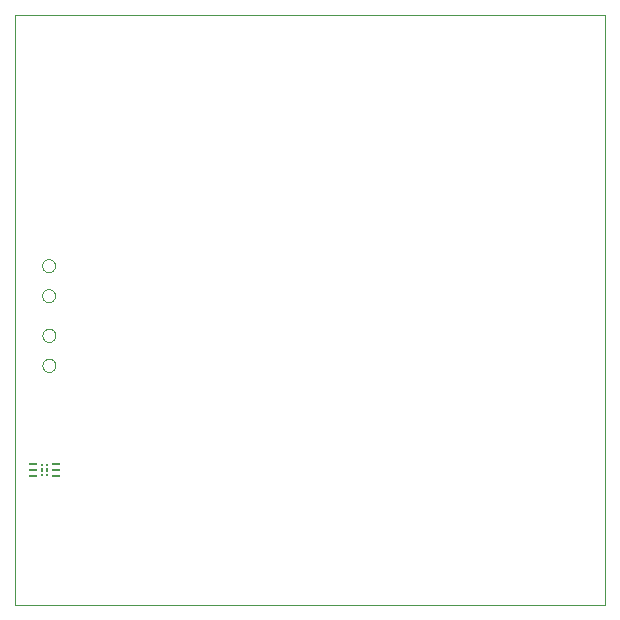
<source format=gtp>
G75*
%MOIN*%
%OFA0B0*%
%FSLAX24Y24*%
%IPPOS*%
%LPD*%
%AMOC8*
5,1,8,0,0,1.08239X$1,22.5*
%
%ADD10C,0.0000*%
%ADD11R,0.0276X0.0110*%
%ADD12R,0.0098X0.0098*%
%ADD13R,0.0098X0.0118*%
D10*
X000350Y000350D02*
X000350Y020035D01*
X020035Y020035D01*
X020035Y000350D01*
X000350Y000350D01*
X001267Y008344D02*
X001269Y008373D01*
X001275Y008401D01*
X001284Y008429D01*
X001297Y008455D01*
X001314Y008478D01*
X001333Y008500D01*
X001355Y008519D01*
X001380Y008534D01*
X001406Y008547D01*
X001434Y008555D01*
X001462Y008560D01*
X001491Y008561D01*
X001520Y008558D01*
X001548Y008551D01*
X001575Y008541D01*
X001601Y008527D01*
X001624Y008510D01*
X001645Y008490D01*
X001663Y008467D01*
X001678Y008442D01*
X001689Y008415D01*
X001697Y008387D01*
X001701Y008358D01*
X001701Y008330D01*
X001697Y008301D01*
X001689Y008273D01*
X001678Y008246D01*
X001663Y008221D01*
X001645Y008198D01*
X001624Y008178D01*
X001601Y008161D01*
X001575Y008147D01*
X001548Y008137D01*
X001520Y008130D01*
X001491Y008127D01*
X001462Y008128D01*
X001434Y008133D01*
X001406Y008141D01*
X001380Y008154D01*
X001355Y008169D01*
X001333Y008188D01*
X001314Y008210D01*
X001297Y008233D01*
X001284Y008259D01*
X001275Y008287D01*
X001269Y008315D01*
X001267Y008344D01*
X001267Y009344D02*
X001269Y009373D01*
X001275Y009401D01*
X001284Y009429D01*
X001297Y009455D01*
X001314Y009478D01*
X001333Y009500D01*
X001355Y009519D01*
X001380Y009534D01*
X001406Y009547D01*
X001434Y009555D01*
X001462Y009560D01*
X001491Y009561D01*
X001520Y009558D01*
X001548Y009551D01*
X001575Y009541D01*
X001601Y009527D01*
X001624Y009510D01*
X001645Y009490D01*
X001663Y009467D01*
X001678Y009442D01*
X001689Y009415D01*
X001697Y009387D01*
X001701Y009358D01*
X001701Y009330D01*
X001697Y009301D01*
X001689Y009273D01*
X001678Y009246D01*
X001663Y009221D01*
X001645Y009198D01*
X001624Y009178D01*
X001601Y009161D01*
X001575Y009147D01*
X001548Y009137D01*
X001520Y009130D01*
X001491Y009127D01*
X001462Y009128D01*
X001434Y009133D01*
X001406Y009141D01*
X001380Y009154D01*
X001355Y009169D01*
X001333Y009188D01*
X001314Y009210D01*
X001297Y009233D01*
X001284Y009259D01*
X001275Y009287D01*
X001269Y009315D01*
X001267Y009344D01*
X001259Y010670D02*
X001261Y010699D01*
X001267Y010727D01*
X001276Y010755D01*
X001289Y010781D01*
X001306Y010804D01*
X001325Y010826D01*
X001347Y010845D01*
X001372Y010860D01*
X001398Y010873D01*
X001426Y010881D01*
X001454Y010886D01*
X001483Y010887D01*
X001512Y010884D01*
X001540Y010877D01*
X001567Y010867D01*
X001593Y010853D01*
X001616Y010836D01*
X001637Y010816D01*
X001655Y010793D01*
X001670Y010768D01*
X001681Y010741D01*
X001689Y010713D01*
X001693Y010684D01*
X001693Y010656D01*
X001689Y010627D01*
X001681Y010599D01*
X001670Y010572D01*
X001655Y010547D01*
X001637Y010524D01*
X001616Y010504D01*
X001593Y010487D01*
X001567Y010473D01*
X001540Y010463D01*
X001512Y010456D01*
X001483Y010453D01*
X001454Y010454D01*
X001426Y010459D01*
X001398Y010467D01*
X001372Y010480D01*
X001347Y010495D01*
X001325Y010514D01*
X001306Y010536D01*
X001289Y010559D01*
X001276Y010585D01*
X001267Y010613D01*
X001261Y010641D01*
X001259Y010670D01*
X001259Y011670D02*
X001261Y011699D01*
X001267Y011727D01*
X001276Y011755D01*
X001289Y011781D01*
X001306Y011804D01*
X001325Y011826D01*
X001347Y011845D01*
X001372Y011860D01*
X001398Y011873D01*
X001426Y011881D01*
X001454Y011886D01*
X001483Y011887D01*
X001512Y011884D01*
X001540Y011877D01*
X001567Y011867D01*
X001593Y011853D01*
X001616Y011836D01*
X001637Y011816D01*
X001655Y011793D01*
X001670Y011768D01*
X001681Y011741D01*
X001689Y011713D01*
X001693Y011684D01*
X001693Y011656D01*
X001689Y011627D01*
X001681Y011599D01*
X001670Y011572D01*
X001655Y011547D01*
X001637Y011524D01*
X001616Y011504D01*
X001593Y011487D01*
X001567Y011473D01*
X001540Y011463D01*
X001512Y011456D01*
X001483Y011453D01*
X001454Y011454D01*
X001426Y011459D01*
X001398Y011467D01*
X001372Y011480D01*
X001347Y011495D01*
X001325Y011514D01*
X001306Y011536D01*
X001289Y011559D01*
X001276Y011585D01*
X001267Y011613D01*
X001261Y011641D01*
X001259Y011670D01*
D11*
X000961Y005047D03*
X000961Y004850D03*
X000961Y004653D03*
X001739Y004653D03*
X001739Y004850D03*
X001739Y005047D03*
D12*
X001439Y005017D03*
X001261Y005017D03*
X001261Y004683D03*
X001439Y004683D03*
D13*
X001439Y004850D03*
X001261Y004850D03*
M02*

</source>
